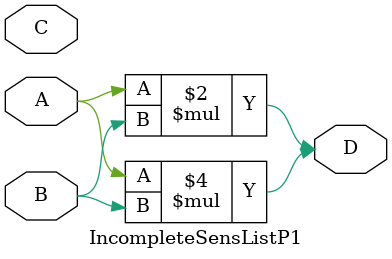
<source format=v>
module IncompleteSensListP1(input wire A,B,C, output reg D);
  always @(A or B)begin
    D = A*B;
  end
  always @(C)begin
    D = A*B;
  end
endmodule

</source>
